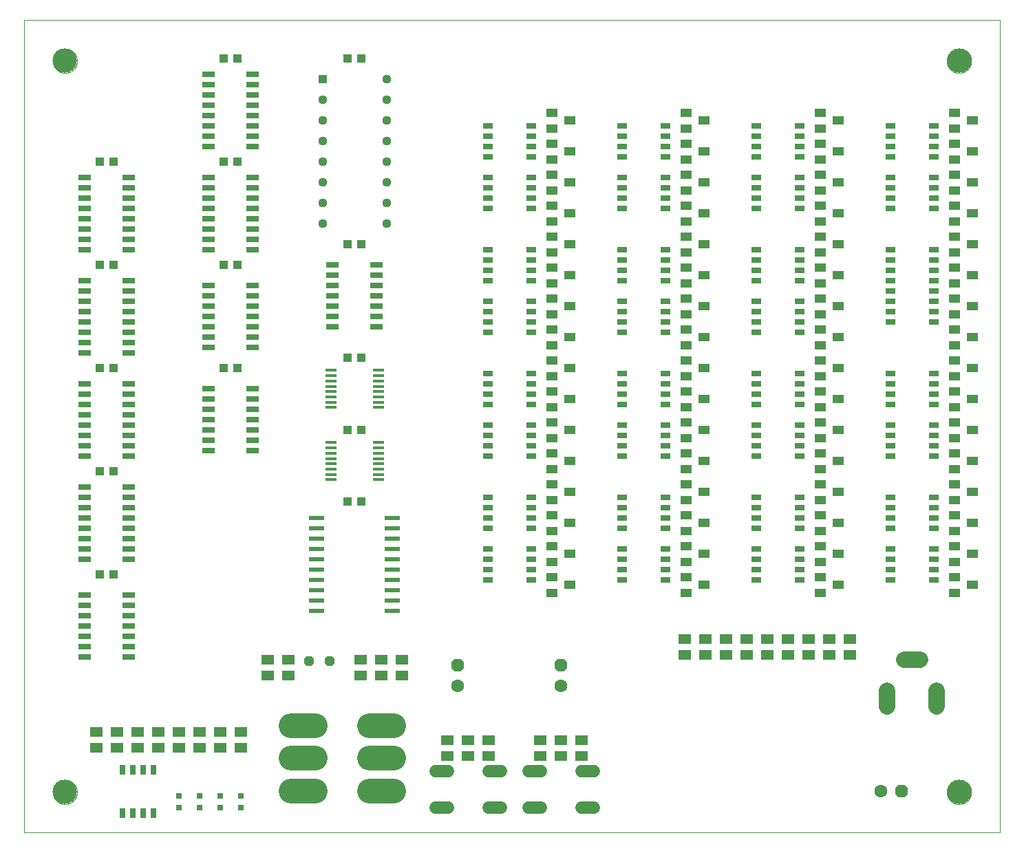
<source format=gts>
G75*
%MOIN*%
%OFA0B0*%
%FSLAX25Y25*%
%IPPOS*%
%LPD*%
%AMOC8*
5,1,8,0,0,1.08239X$1,22.5*
%
%ADD10C,0.00000*%
%ADD11R,0.04331X0.03937*%
%ADD12OC8,0.06300*%
%ADD13C,0.06300*%
%ADD14OC8,0.04800*%
%ADD15R,0.05512X0.03937*%
%ADD16R,0.06004X0.02559*%
%ADD17R,0.05800X0.01400*%
%ADD18R,0.07800X0.02200*%
%ADD19R,0.04449X0.04449*%
%ADD20C,0.04449*%
%ADD21C,0.07874*%
%ADD22R,0.03150X0.03150*%
%ADD23R,0.05906X0.05118*%
%ADD24R,0.02992X0.05000*%
%ADD25C,0.06000*%
%ADD26C,0.11850*%
%ADD27R,0.05000X0.02992*%
%ADD28C,0.11811*%
D10*
X0001800Y0003582D02*
X0001800Y0397283D01*
X0474241Y0397283D01*
X0474241Y0003582D01*
X0001800Y0003582D01*
X0015579Y0023267D02*
X0015581Y0023420D01*
X0015587Y0023574D01*
X0015597Y0023727D01*
X0015611Y0023879D01*
X0015629Y0024032D01*
X0015651Y0024183D01*
X0015676Y0024334D01*
X0015706Y0024485D01*
X0015740Y0024635D01*
X0015777Y0024783D01*
X0015818Y0024931D01*
X0015863Y0025077D01*
X0015912Y0025223D01*
X0015965Y0025367D01*
X0016021Y0025509D01*
X0016081Y0025650D01*
X0016145Y0025790D01*
X0016212Y0025928D01*
X0016283Y0026064D01*
X0016358Y0026198D01*
X0016435Y0026330D01*
X0016517Y0026460D01*
X0016601Y0026588D01*
X0016689Y0026714D01*
X0016780Y0026837D01*
X0016874Y0026958D01*
X0016972Y0027076D01*
X0017072Y0027192D01*
X0017176Y0027305D01*
X0017282Y0027416D01*
X0017391Y0027524D01*
X0017503Y0027629D01*
X0017617Y0027730D01*
X0017735Y0027829D01*
X0017854Y0027925D01*
X0017976Y0028018D01*
X0018101Y0028107D01*
X0018228Y0028194D01*
X0018357Y0028276D01*
X0018488Y0028356D01*
X0018621Y0028432D01*
X0018756Y0028505D01*
X0018893Y0028574D01*
X0019032Y0028639D01*
X0019172Y0028701D01*
X0019314Y0028759D01*
X0019457Y0028814D01*
X0019602Y0028865D01*
X0019748Y0028912D01*
X0019895Y0028955D01*
X0020043Y0028994D01*
X0020192Y0029030D01*
X0020342Y0029061D01*
X0020493Y0029089D01*
X0020644Y0029113D01*
X0020797Y0029133D01*
X0020949Y0029149D01*
X0021102Y0029161D01*
X0021255Y0029169D01*
X0021408Y0029173D01*
X0021562Y0029173D01*
X0021715Y0029169D01*
X0021868Y0029161D01*
X0022021Y0029149D01*
X0022173Y0029133D01*
X0022326Y0029113D01*
X0022477Y0029089D01*
X0022628Y0029061D01*
X0022778Y0029030D01*
X0022927Y0028994D01*
X0023075Y0028955D01*
X0023222Y0028912D01*
X0023368Y0028865D01*
X0023513Y0028814D01*
X0023656Y0028759D01*
X0023798Y0028701D01*
X0023938Y0028639D01*
X0024077Y0028574D01*
X0024214Y0028505D01*
X0024349Y0028432D01*
X0024482Y0028356D01*
X0024613Y0028276D01*
X0024742Y0028194D01*
X0024869Y0028107D01*
X0024994Y0028018D01*
X0025116Y0027925D01*
X0025235Y0027829D01*
X0025353Y0027730D01*
X0025467Y0027629D01*
X0025579Y0027524D01*
X0025688Y0027416D01*
X0025794Y0027305D01*
X0025898Y0027192D01*
X0025998Y0027076D01*
X0026096Y0026958D01*
X0026190Y0026837D01*
X0026281Y0026714D01*
X0026369Y0026588D01*
X0026453Y0026460D01*
X0026535Y0026330D01*
X0026612Y0026198D01*
X0026687Y0026064D01*
X0026758Y0025928D01*
X0026825Y0025790D01*
X0026889Y0025650D01*
X0026949Y0025509D01*
X0027005Y0025367D01*
X0027058Y0025223D01*
X0027107Y0025077D01*
X0027152Y0024931D01*
X0027193Y0024783D01*
X0027230Y0024635D01*
X0027264Y0024485D01*
X0027294Y0024334D01*
X0027319Y0024183D01*
X0027341Y0024032D01*
X0027359Y0023879D01*
X0027373Y0023727D01*
X0027383Y0023574D01*
X0027389Y0023420D01*
X0027391Y0023267D01*
X0027389Y0023114D01*
X0027383Y0022960D01*
X0027373Y0022807D01*
X0027359Y0022655D01*
X0027341Y0022502D01*
X0027319Y0022351D01*
X0027294Y0022200D01*
X0027264Y0022049D01*
X0027230Y0021899D01*
X0027193Y0021751D01*
X0027152Y0021603D01*
X0027107Y0021457D01*
X0027058Y0021311D01*
X0027005Y0021167D01*
X0026949Y0021025D01*
X0026889Y0020884D01*
X0026825Y0020744D01*
X0026758Y0020606D01*
X0026687Y0020470D01*
X0026612Y0020336D01*
X0026535Y0020204D01*
X0026453Y0020074D01*
X0026369Y0019946D01*
X0026281Y0019820D01*
X0026190Y0019697D01*
X0026096Y0019576D01*
X0025998Y0019458D01*
X0025898Y0019342D01*
X0025794Y0019229D01*
X0025688Y0019118D01*
X0025579Y0019010D01*
X0025467Y0018905D01*
X0025353Y0018804D01*
X0025235Y0018705D01*
X0025116Y0018609D01*
X0024994Y0018516D01*
X0024869Y0018427D01*
X0024742Y0018340D01*
X0024613Y0018258D01*
X0024482Y0018178D01*
X0024349Y0018102D01*
X0024214Y0018029D01*
X0024077Y0017960D01*
X0023938Y0017895D01*
X0023798Y0017833D01*
X0023656Y0017775D01*
X0023513Y0017720D01*
X0023368Y0017669D01*
X0023222Y0017622D01*
X0023075Y0017579D01*
X0022927Y0017540D01*
X0022778Y0017504D01*
X0022628Y0017473D01*
X0022477Y0017445D01*
X0022326Y0017421D01*
X0022173Y0017401D01*
X0022021Y0017385D01*
X0021868Y0017373D01*
X0021715Y0017365D01*
X0021562Y0017361D01*
X0021408Y0017361D01*
X0021255Y0017365D01*
X0021102Y0017373D01*
X0020949Y0017385D01*
X0020797Y0017401D01*
X0020644Y0017421D01*
X0020493Y0017445D01*
X0020342Y0017473D01*
X0020192Y0017504D01*
X0020043Y0017540D01*
X0019895Y0017579D01*
X0019748Y0017622D01*
X0019602Y0017669D01*
X0019457Y0017720D01*
X0019314Y0017775D01*
X0019172Y0017833D01*
X0019032Y0017895D01*
X0018893Y0017960D01*
X0018756Y0018029D01*
X0018621Y0018102D01*
X0018488Y0018178D01*
X0018357Y0018258D01*
X0018228Y0018340D01*
X0018101Y0018427D01*
X0017976Y0018516D01*
X0017854Y0018609D01*
X0017735Y0018705D01*
X0017617Y0018804D01*
X0017503Y0018905D01*
X0017391Y0019010D01*
X0017282Y0019118D01*
X0017176Y0019229D01*
X0017072Y0019342D01*
X0016972Y0019458D01*
X0016874Y0019576D01*
X0016780Y0019697D01*
X0016689Y0019820D01*
X0016601Y0019946D01*
X0016517Y0020074D01*
X0016435Y0020204D01*
X0016358Y0020336D01*
X0016283Y0020470D01*
X0016212Y0020606D01*
X0016145Y0020744D01*
X0016081Y0020884D01*
X0016021Y0021025D01*
X0015965Y0021167D01*
X0015912Y0021311D01*
X0015863Y0021457D01*
X0015818Y0021603D01*
X0015777Y0021751D01*
X0015740Y0021899D01*
X0015706Y0022049D01*
X0015676Y0022200D01*
X0015651Y0022351D01*
X0015629Y0022502D01*
X0015611Y0022655D01*
X0015597Y0022807D01*
X0015587Y0022960D01*
X0015581Y0023114D01*
X0015579Y0023267D01*
X0015579Y0377598D02*
X0015581Y0377751D01*
X0015587Y0377905D01*
X0015597Y0378058D01*
X0015611Y0378210D01*
X0015629Y0378363D01*
X0015651Y0378514D01*
X0015676Y0378665D01*
X0015706Y0378816D01*
X0015740Y0378966D01*
X0015777Y0379114D01*
X0015818Y0379262D01*
X0015863Y0379408D01*
X0015912Y0379554D01*
X0015965Y0379698D01*
X0016021Y0379840D01*
X0016081Y0379981D01*
X0016145Y0380121D01*
X0016212Y0380259D01*
X0016283Y0380395D01*
X0016358Y0380529D01*
X0016435Y0380661D01*
X0016517Y0380791D01*
X0016601Y0380919D01*
X0016689Y0381045D01*
X0016780Y0381168D01*
X0016874Y0381289D01*
X0016972Y0381407D01*
X0017072Y0381523D01*
X0017176Y0381636D01*
X0017282Y0381747D01*
X0017391Y0381855D01*
X0017503Y0381960D01*
X0017617Y0382061D01*
X0017735Y0382160D01*
X0017854Y0382256D01*
X0017976Y0382349D01*
X0018101Y0382438D01*
X0018228Y0382525D01*
X0018357Y0382607D01*
X0018488Y0382687D01*
X0018621Y0382763D01*
X0018756Y0382836D01*
X0018893Y0382905D01*
X0019032Y0382970D01*
X0019172Y0383032D01*
X0019314Y0383090D01*
X0019457Y0383145D01*
X0019602Y0383196D01*
X0019748Y0383243D01*
X0019895Y0383286D01*
X0020043Y0383325D01*
X0020192Y0383361D01*
X0020342Y0383392D01*
X0020493Y0383420D01*
X0020644Y0383444D01*
X0020797Y0383464D01*
X0020949Y0383480D01*
X0021102Y0383492D01*
X0021255Y0383500D01*
X0021408Y0383504D01*
X0021562Y0383504D01*
X0021715Y0383500D01*
X0021868Y0383492D01*
X0022021Y0383480D01*
X0022173Y0383464D01*
X0022326Y0383444D01*
X0022477Y0383420D01*
X0022628Y0383392D01*
X0022778Y0383361D01*
X0022927Y0383325D01*
X0023075Y0383286D01*
X0023222Y0383243D01*
X0023368Y0383196D01*
X0023513Y0383145D01*
X0023656Y0383090D01*
X0023798Y0383032D01*
X0023938Y0382970D01*
X0024077Y0382905D01*
X0024214Y0382836D01*
X0024349Y0382763D01*
X0024482Y0382687D01*
X0024613Y0382607D01*
X0024742Y0382525D01*
X0024869Y0382438D01*
X0024994Y0382349D01*
X0025116Y0382256D01*
X0025235Y0382160D01*
X0025353Y0382061D01*
X0025467Y0381960D01*
X0025579Y0381855D01*
X0025688Y0381747D01*
X0025794Y0381636D01*
X0025898Y0381523D01*
X0025998Y0381407D01*
X0026096Y0381289D01*
X0026190Y0381168D01*
X0026281Y0381045D01*
X0026369Y0380919D01*
X0026453Y0380791D01*
X0026535Y0380661D01*
X0026612Y0380529D01*
X0026687Y0380395D01*
X0026758Y0380259D01*
X0026825Y0380121D01*
X0026889Y0379981D01*
X0026949Y0379840D01*
X0027005Y0379698D01*
X0027058Y0379554D01*
X0027107Y0379408D01*
X0027152Y0379262D01*
X0027193Y0379114D01*
X0027230Y0378966D01*
X0027264Y0378816D01*
X0027294Y0378665D01*
X0027319Y0378514D01*
X0027341Y0378363D01*
X0027359Y0378210D01*
X0027373Y0378058D01*
X0027383Y0377905D01*
X0027389Y0377751D01*
X0027391Y0377598D01*
X0027389Y0377445D01*
X0027383Y0377291D01*
X0027373Y0377138D01*
X0027359Y0376986D01*
X0027341Y0376833D01*
X0027319Y0376682D01*
X0027294Y0376531D01*
X0027264Y0376380D01*
X0027230Y0376230D01*
X0027193Y0376082D01*
X0027152Y0375934D01*
X0027107Y0375788D01*
X0027058Y0375642D01*
X0027005Y0375498D01*
X0026949Y0375356D01*
X0026889Y0375215D01*
X0026825Y0375075D01*
X0026758Y0374937D01*
X0026687Y0374801D01*
X0026612Y0374667D01*
X0026535Y0374535D01*
X0026453Y0374405D01*
X0026369Y0374277D01*
X0026281Y0374151D01*
X0026190Y0374028D01*
X0026096Y0373907D01*
X0025998Y0373789D01*
X0025898Y0373673D01*
X0025794Y0373560D01*
X0025688Y0373449D01*
X0025579Y0373341D01*
X0025467Y0373236D01*
X0025353Y0373135D01*
X0025235Y0373036D01*
X0025116Y0372940D01*
X0024994Y0372847D01*
X0024869Y0372758D01*
X0024742Y0372671D01*
X0024613Y0372589D01*
X0024482Y0372509D01*
X0024349Y0372433D01*
X0024214Y0372360D01*
X0024077Y0372291D01*
X0023938Y0372226D01*
X0023798Y0372164D01*
X0023656Y0372106D01*
X0023513Y0372051D01*
X0023368Y0372000D01*
X0023222Y0371953D01*
X0023075Y0371910D01*
X0022927Y0371871D01*
X0022778Y0371835D01*
X0022628Y0371804D01*
X0022477Y0371776D01*
X0022326Y0371752D01*
X0022173Y0371732D01*
X0022021Y0371716D01*
X0021868Y0371704D01*
X0021715Y0371696D01*
X0021562Y0371692D01*
X0021408Y0371692D01*
X0021255Y0371696D01*
X0021102Y0371704D01*
X0020949Y0371716D01*
X0020797Y0371732D01*
X0020644Y0371752D01*
X0020493Y0371776D01*
X0020342Y0371804D01*
X0020192Y0371835D01*
X0020043Y0371871D01*
X0019895Y0371910D01*
X0019748Y0371953D01*
X0019602Y0372000D01*
X0019457Y0372051D01*
X0019314Y0372106D01*
X0019172Y0372164D01*
X0019032Y0372226D01*
X0018893Y0372291D01*
X0018756Y0372360D01*
X0018621Y0372433D01*
X0018488Y0372509D01*
X0018357Y0372589D01*
X0018228Y0372671D01*
X0018101Y0372758D01*
X0017976Y0372847D01*
X0017854Y0372940D01*
X0017735Y0373036D01*
X0017617Y0373135D01*
X0017503Y0373236D01*
X0017391Y0373341D01*
X0017282Y0373449D01*
X0017176Y0373560D01*
X0017072Y0373673D01*
X0016972Y0373789D01*
X0016874Y0373907D01*
X0016780Y0374028D01*
X0016689Y0374151D01*
X0016601Y0374277D01*
X0016517Y0374405D01*
X0016435Y0374535D01*
X0016358Y0374667D01*
X0016283Y0374801D01*
X0016212Y0374937D01*
X0016145Y0375075D01*
X0016081Y0375215D01*
X0016021Y0375356D01*
X0015965Y0375498D01*
X0015912Y0375642D01*
X0015863Y0375788D01*
X0015818Y0375934D01*
X0015777Y0376082D01*
X0015740Y0376230D01*
X0015706Y0376380D01*
X0015676Y0376531D01*
X0015651Y0376682D01*
X0015629Y0376833D01*
X0015611Y0376986D01*
X0015597Y0377138D01*
X0015587Y0377291D01*
X0015581Y0377445D01*
X0015579Y0377598D01*
X0448650Y0377598D02*
X0448652Y0377751D01*
X0448658Y0377905D01*
X0448668Y0378058D01*
X0448682Y0378210D01*
X0448700Y0378363D01*
X0448722Y0378514D01*
X0448747Y0378665D01*
X0448777Y0378816D01*
X0448811Y0378966D01*
X0448848Y0379114D01*
X0448889Y0379262D01*
X0448934Y0379408D01*
X0448983Y0379554D01*
X0449036Y0379698D01*
X0449092Y0379840D01*
X0449152Y0379981D01*
X0449216Y0380121D01*
X0449283Y0380259D01*
X0449354Y0380395D01*
X0449429Y0380529D01*
X0449506Y0380661D01*
X0449588Y0380791D01*
X0449672Y0380919D01*
X0449760Y0381045D01*
X0449851Y0381168D01*
X0449945Y0381289D01*
X0450043Y0381407D01*
X0450143Y0381523D01*
X0450247Y0381636D01*
X0450353Y0381747D01*
X0450462Y0381855D01*
X0450574Y0381960D01*
X0450688Y0382061D01*
X0450806Y0382160D01*
X0450925Y0382256D01*
X0451047Y0382349D01*
X0451172Y0382438D01*
X0451299Y0382525D01*
X0451428Y0382607D01*
X0451559Y0382687D01*
X0451692Y0382763D01*
X0451827Y0382836D01*
X0451964Y0382905D01*
X0452103Y0382970D01*
X0452243Y0383032D01*
X0452385Y0383090D01*
X0452528Y0383145D01*
X0452673Y0383196D01*
X0452819Y0383243D01*
X0452966Y0383286D01*
X0453114Y0383325D01*
X0453263Y0383361D01*
X0453413Y0383392D01*
X0453564Y0383420D01*
X0453715Y0383444D01*
X0453868Y0383464D01*
X0454020Y0383480D01*
X0454173Y0383492D01*
X0454326Y0383500D01*
X0454479Y0383504D01*
X0454633Y0383504D01*
X0454786Y0383500D01*
X0454939Y0383492D01*
X0455092Y0383480D01*
X0455244Y0383464D01*
X0455397Y0383444D01*
X0455548Y0383420D01*
X0455699Y0383392D01*
X0455849Y0383361D01*
X0455998Y0383325D01*
X0456146Y0383286D01*
X0456293Y0383243D01*
X0456439Y0383196D01*
X0456584Y0383145D01*
X0456727Y0383090D01*
X0456869Y0383032D01*
X0457009Y0382970D01*
X0457148Y0382905D01*
X0457285Y0382836D01*
X0457420Y0382763D01*
X0457553Y0382687D01*
X0457684Y0382607D01*
X0457813Y0382525D01*
X0457940Y0382438D01*
X0458065Y0382349D01*
X0458187Y0382256D01*
X0458306Y0382160D01*
X0458424Y0382061D01*
X0458538Y0381960D01*
X0458650Y0381855D01*
X0458759Y0381747D01*
X0458865Y0381636D01*
X0458969Y0381523D01*
X0459069Y0381407D01*
X0459167Y0381289D01*
X0459261Y0381168D01*
X0459352Y0381045D01*
X0459440Y0380919D01*
X0459524Y0380791D01*
X0459606Y0380661D01*
X0459683Y0380529D01*
X0459758Y0380395D01*
X0459829Y0380259D01*
X0459896Y0380121D01*
X0459960Y0379981D01*
X0460020Y0379840D01*
X0460076Y0379698D01*
X0460129Y0379554D01*
X0460178Y0379408D01*
X0460223Y0379262D01*
X0460264Y0379114D01*
X0460301Y0378966D01*
X0460335Y0378816D01*
X0460365Y0378665D01*
X0460390Y0378514D01*
X0460412Y0378363D01*
X0460430Y0378210D01*
X0460444Y0378058D01*
X0460454Y0377905D01*
X0460460Y0377751D01*
X0460462Y0377598D01*
X0460460Y0377445D01*
X0460454Y0377291D01*
X0460444Y0377138D01*
X0460430Y0376986D01*
X0460412Y0376833D01*
X0460390Y0376682D01*
X0460365Y0376531D01*
X0460335Y0376380D01*
X0460301Y0376230D01*
X0460264Y0376082D01*
X0460223Y0375934D01*
X0460178Y0375788D01*
X0460129Y0375642D01*
X0460076Y0375498D01*
X0460020Y0375356D01*
X0459960Y0375215D01*
X0459896Y0375075D01*
X0459829Y0374937D01*
X0459758Y0374801D01*
X0459683Y0374667D01*
X0459606Y0374535D01*
X0459524Y0374405D01*
X0459440Y0374277D01*
X0459352Y0374151D01*
X0459261Y0374028D01*
X0459167Y0373907D01*
X0459069Y0373789D01*
X0458969Y0373673D01*
X0458865Y0373560D01*
X0458759Y0373449D01*
X0458650Y0373341D01*
X0458538Y0373236D01*
X0458424Y0373135D01*
X0458306Y0373036D01*
X0458187Y0372940D01*
X0458065Y0372847D01*
X0457940Y0372758D01*
X0457813Y0372671D01*
X0457684Y0372589D01*
X0457553Y0372509D01*
X0457420Y0372433D01*
X0457285Y0372360D01*
X0457148Y0372291D01*
X0457009Y0372226D01*
X0456869Y0372164D01*
X0456727Y0372106D01*
X0456584Y0372051D01*
X0456439Y0372000D01*
X0456293Y0371953D01*
X0456146Y0371910D01*
X0455998Y0371871D01*
X0455849Y0371835D01*
X0455699Y0371804D01*
X0455548Y0371776D01*
X0455397Y0371752D01*
X0455244Y0371732D01*
X0455092Y0371716D01*
X0454939Y0371704D01*
X0454786Y0371696D01*
X0454633Y0371692D01*
X0454479Y0371692D01*
X0454326Y0371696D01*
X0454173Y0371704D01*
X0454020Y0371716D01*
X0453868Y0371732D01*
X0453715Y0371752D01*
X0453564Y0371776D01*
X0453413Y0371804D01*
X0453263Y0371835D01*
X0453114Y0371871D01*
X0452966Y0371910D01*
X0452819Y0371953D01*
X0452673Y0372000D01*
X0452528Y0372051D01*
X0452385Y0372106D01*
X0452243Y0372164D01*
X0452103Y0372226D01*
X0451964Y0372291D01*
X0451827Y0372360D01*
X0451692Y0372433D01*
X0451559Y0372509D01*
X0451428Y0372589D01*
X0451299Y0372671D01*
X0451172Y0372758D01*
X0451047Y0372847D01*
X0450925Y0372940D01*
X0450806Y0373036D01*
X0450688Y0373135D01*
X0450574Y0373236D01*
X0450462Y0373341D01*
X0450353Y0373449D01*
X0450247Y0373560D01*
X0450143Y0373673D01*
X0450043Y0373789D01*
X0449945Y0373907D01*
X0449851Y0374028D01*
X0449760Y0374151D01*
X0449672Y0374277D01*
X0449588Y0374405D01*
X0449506Y0374535D01*
X0449429Y0374667D01*
X0449354Y0374801D01*
X0449283Y0374937D01*
X0449216Y0375075D01*
X0449152Y0375215D01*
X0449092Y0375356D01*
X0449036Y0375498D01*
X0448983Y0375642D01*
X0448934Y0375788D01*
X0448889Y0375934D01*
X0448848Y0376082D01*
X0448811Y0376230D01*
X0448777Y0376380D01*
X0448747Y0376531D01*
X0448722Y0376682D01*
X0448700Y0376833D01*
X0448682Y0376986D01*
X0448668Y0377138D01*
X0448658Y0377291D01*
X0448652Y0377445D01*
X0448650Y0377598D01*
X0448650Y0023267D02*
X0448652Y0023420D01*
X0448658Y0023574D01*
X0448668Y0023727D01*
X0448682Y0023879D01*
X0448700Y0024032D01*
X0448722Y0024183D01*
X0448747Y0024334D01*
X0448777Y0024485D01*
X0448811Y0024635D01*
X0448848Y0024783D01*
X0448889Y0024931D01*
X0448934Y0025077D01*
X0448983Y0025223D01*
X0449036Y0025367D01*
X0449092Y0025509D01*
X0449152Y0025650D01*
X0449216Y0025790D01*
X0449283Y0025928D01*
X0449354Y0026064D01*
X0449429Y0026198D01*
X0449506Y0026330D01*
X0449588Y0026460D01*
X0449672Y0026588D01*
X0449760Y0026714D01*
X0449851Y0026837D01*
X0449945Y0026958D01*
X0450043Y0027076D01*
X0450143Y0027192D01*
X0450247Y0027305D01*
X0450353Y0027416D01*
X0450462Y0027524D01*
X0450574Y0027629D01*
X0450688Y0027730D01*
X0450806Y0027829D01*
X0450925Y0027925D01*
X0451047Y0028018D01*
X0451172Y0028107D01*
X0451299Y0028194D01*
X0451428Y0028276D01*
X0451559Y0028356D01*
X0451692Y0028432D01*
X0451827Y0028505D01*
X0451964Y0028574D01*
X0452103Y0028639D01*
X0452243Y0028701D01*
X0452385Y0028759D01*
X0452528Y0028814D01*
X0452673Y0028865D01*
X0452819Y0028912D01*
X0452966Y0028955D01*
X0453114Y0028994D01*
X0453263Y0029030D01*
X0453413Y0029061D01*
X0453564Y0029089D01*
X0453715Y0029113D01*
X0453868Y0029133D01*
X0454020Y0029149D01*
X0454173Y0029161D01*
X0454326Y0029169D01*
X0454479Y0029173D01*
X0454633Y0029173D01*
X0454786Y0029169D01*
X0454939Y0029161D01*
X0455092Y0029149D01*
X0455244Y0029133D01*
X0455397Y0029113D01*
X0455548Y0029089D01*
X0455699Y0029061D01*
X0455849Y0029030D01*
X0455998Y0028994D01*
X0456146Y0028955D01*
X0456293Y0028912D01*
X0456439Y0028865D01*
X0456584Y0028814D01*
X0456727Y0028759D01*
X0456869Y0028701D01*
X0457009Y0028639D01*
X0457148Y0028574D01*
X0457285Y0028505D01*
X0457420Y0028432D01*
X0457553Y0028356D01*
X0457684Y0028276D01*
X0457813Y0028194D01*
X0457940Y0028107D01*
X0458065Y0028018D01*
X0458187Y0027925D01*
X0458306Y0027829D01*
X0458424Y0027730D01*
X0458538Y0027629D01*
X0458650Y0027524D01*
X0458759Y0027416D01*
X0458865Y0027305D01*
X0458969Y0027192D01*
X0459069Y0027076D01*
X0459167Y0026958D01*
X0459261Y0026837D01*
X0459352Y0026714D01*
X0459440Y0026588D01*
X0459524Y0026460D01*
X0459606Y0026330D01*
X0459683Y0026198D01*
X0459758Y0026064D01*
X0459829Y0025928D01*
X0459896Y0025790D01*
X0459960Y0025650D01*
X0460020Y0025509D01*
X0460076Y0025367D01*
X0460129Y0025223D01*
X0460178Y0025077D01*
X0460223Y0024931D01*
X0460264Y0024783D01*
X0460301Y0024635D01*
X0460335Y0024485D01*
X0460365Y0024334D01*
X0460390Y0024183D01*
X0460412Y0024032D01*
X0460430Y0023879D01*
X0460444Y0023727D01*
X0460454Y0023574D01*
X0460460Y0023420D01*
X0460462Y0023267D01*
X0460460Y0023114D01*
X0460454Y0022960D01*
X0460444Y0022807D01*
X0460430Y0022655D01*
X0460412Y0022502D01*
X0460390Y0022351D01*
X0460365Y0022200D01*
X0460335Y0022049D01*
X0460301Y0021899D01*
X0460264Y0021751D01*
X0460223Y0021603D01*
X0460178Y0021457D01*
X0460129Y0021311D01*
X0460076Y0021167D01*
X0460020Y0021025D01*
X0459960Y0020884D01*
X0459896Y0020744D01*
X0459829Y0020606D01*
X0459758Y0020470D01*
X0459683Y0020336D01*
X0459606Y0020204D01*
X0459524Y0020074D01*
X0459440Y0019946D01*
X0459352Y0019820D01*
X0459261Y0019697D01*
X0459167Y0019576D01*
X0459069Y0019458D01*
X0458969Y0019342D01*
X0458865Y0019229D01*
X0458759Y0019118D01*
X0458650Y0019010D01*
X0458538Y0018905D01*
X0458424Y0018804D01*
X0458306Y0018705D01*
X0458187Y0018609D01*
X0458065Y0018516D01*
X0457940Y0018427D01*
X0457813Y0018340D01*
X0457684Y0018258D01*
X0457553Y0018178D01*
X0457420Y0018102D01*
X0457285Y0018029D01*
X0457148Y0017960D01*
X0457009Y0017895D01*
X0456869Y0017833D01*
X0456727Y0017775D01*
X0456584Y0017720D01*
X0456439Y0017669D01*
X0456293Y0017622D01*
X0456146Y0017579D01*
X0455998Y0017540D01*
X0455849Y0017504D01*
X0455699Y0017473D01*
X0455548Y0017445D01*
X0455397Y0017421D01*
X0455244Y0017401D01*
X0455092Y0017385D01*
X0454939Y0017373D01*
X0454786Y0017365D01*
X0454633Y0017361D01*
X0454479Y0017361D01*
X0454326Y0017365D01*
X0454173Y0017373D01*
X0454020Y0017385D01*
X0453868Y0017401D01*
X0453715Y0017421D01*
X0453564Y0017445D01*
X0453413Y0017473D01*
X0453263Y0017504D01*
X0453114Y0017540D01*
X0452966Y0017579D01*
X0452819Y0017622D01*
X0452673Y0017669D01*
X0452528Y0017720D01*
X0452385Y0017775D01*
X0452243Y0017833D01*
X0452103Y0017895D01*
X0451964Y0017960D01*
X0451827Y0018029D01*
X0451692Y0018102D01*
X0451559Y0018178D01*
X0451428Y0018258D01*
X0451299Y0018340D01*
X0451172Y0018427D01*
X0451047Y0018516D01*
X0450925Y0018609D01*
X0450806Y0018705D01*
X0450688Y0018804D01*
X0450574Y0018905D01*
X0450462Y0019010D01*
X0450353Y0019118D01*
X0450247Y0019229D01*
X0450143Y0019342D01*
X0450043Y0019458D01*
X0449945Y0019576D01*
X0449851Y0019697D01*
X0449760Y0019820D01*
X0449672Y0019946D01*
X0449588Y0020074D01*
X0449506Y0020204D01*
X0449429Y0020336D01*
X0449354Y0020470D01*
X0449283Y0020606D01*
X0449216Y0020744D01*
X0449152Y0020884D01*
X0449092Y0021025D01*
X0449036Y0021167D01*
X0448983Y0021311D01*
X0448934Y0021457D01*
X0448889Y0021603D01*
X0448848Y0021751D01*
X0448811Y0021899D01*
X0448777Y0022049D01*
X0448747Y0022200D01*
X0448722Y0022351D01*
X0448700Y0022502D01*
X0448682Y0022655D01*
X0448668Y0022807D01*
X0448658Y0022960D01*
X0448652Y0023114D01*
X0448650Y0023267D01*
D11*
X0165068Y0164055D03*
X0158375Y0164055D03*
X0158454Y0198582D03*
X0165146Y0198582D03*
X0165146Y0233582D03*
X0158454Y0233582D03*
X0105146Y0228582D03*
X0098454Y0228582D03*
X0045146Y0228582D03*
X0038454Y0228582D03*
X0038454Y0278582D03*
X0045146Y0278582D03*
X0098454Y0278582D03*
X0105146Y0278582D03*
X0158454Y0288582D03*
X0165146Y0288582D03*
X0105146Y0328582D03*
X0098454Y0328582D03*
X0045146Y0328582D03*
X0038454Y0328582D03*
X0098454Y0378582D03*
X0105146Y0378582D03*
X0158454Y0378582D03*
X0165146Y0378582D03*
X0045146Y0178582D03*
X0038454Y0178582D03*
X0038454Y0128582D03*
X0045146Y0128582D03*
D12*
X0211800Y0084582D03*
X0261800Y0084582D03*
X0426800Y0023582D03*
D13*
X0416800Y0023582D03*
X0261800Y0074582D03*
X0211800Y0074582D03*
D14*
X0149800Y0086582D03*
X0139800Y0086582D03*
D15*
X0257469Y0119842D03*
X0257469Y0127323D03*
X0266131Y0123582D03*
X0257469Y0134842D03*
X0266131Y0138582D03*
X0257469Y0142323D03*
X0257469Y0149842D03*
X0266131Y0153582D03*
X0257469Y0157323D03*
X0257469Y0164842D03*
X0266131Y0168582D03*
X0257469Y0172323D03*
X0257469Y0179842D03*
X0257469Y0187323D03*
X0266131Y0183582D03*
X0257469Y0194842D03*
X0266131Y0198582D03*
X0257469Y0202323D03*
X0257469Y0209842D03*
X0266131Y0213582D03*
X0257469Y0217323D03*
X0257469Y0224842D03*
X0266131Y0228582D03*
X0257469Y0232323D03*
X0257469Y0239842D03*
X0257469Y0247323D03*
X0266131Y0243582D03*
X0257469Y0254842D03*
X0266131Y0258582D03*
X0257469Y0262323D03*
X0257469Y0269842D03*
X0266131Y0273582D03*
X0257469Y0277323D03*
X0257469Y0284842D03*
X0266131Y0288582D03*
X0257469Y0292323D03*
X0257469Y0299842D03*
X0266131Y0303582D03*
X0257469Y0307323D03*
X0257469Y0314842D03*
X0266131Y0318582D03*
X0257469Y0322323D03*
X0257469Y0329842D03*
X0266131Y0333582D03*
X0257469Y0337323D03*
X0257469Y0344842D03*
X0266131Y0348582D03*
X0257469Y0352323D03*
X0322469Y0352323D03*
X0322469Y0344842D03*
X0322469Y0337323D03*
X0322469Y0329842D03*
X0322469Y0322323D03*
X0322469Y0314842D03*
X0322469Y0307323D03*
X0322469Y0299842D03*
X0322469Y0292323D03*
X0322469Y0284842D03*
X0322469Y0277323D03*
X0322469Y0269842D03*
X0322469Y0262323D03*
X0322469Y0254842D03*
X0322469Y0247323D03*
X0322469Y0239842D03*
X0322469Y0232323D03*
X0322469Y0224842D03*
X0322469Y0217323D03*
X0322469Y0209842D03*
X0322469Y0202323D03*
X0322469Y0194842D03*
X0322469Y0187323D03*
X0322469Y0179842D03*
X0322469Y0172323D03*
X0322469Y0164842D03*
X0322469Y0157323D03*
X0322469Y0149842D03*
X0322469Y0142323D03*
X0322469Y0134842D03*
X0322469Y0127323D03*
X0322469Y0119842D03*
X0331131Y0123582D03*
X0331131Y0138582D03*
X0331131Y0153582D03*
X0331131Y0168582D03*
X0331131Y0183582D03*
X0331131Y0198582D03*
X0331131Y0213582D03*
X0331131Y0228582D03*
X0331131Y0243582D03*
X0331131Y0258582D03*
X0331131Y0273582D03*
X0331131Y0288582D03*
X0331131Y0303582D03*
X0331131Y0318582D03*
X0331131Y0333582D03*
X0331131Y0348582D03*
X0387469Y0344842D03*
X0387469Y0352323D03*
X0396131Y0348582D03*
X0387469Y0337323D03*
X0387469Y0329842D03*
X0387469Y0322323D03*
X0387469Y0314842D03*
X0387469Y0307323D03*
X0387469Y0299842D03*
X0387469Y0292323D03*
X0387469Y0284842D03*
X0387469Y0277323D03*
X0387469Y0269842D03*
X0387469Y0262323D03*
X0387469Y0254842D03*
X0387469Y0247323D03*
X0387469Y0239842D03*
X0387469Y0232323D03*
X0387469Y0224842D03*
X0387469Y0217323D03*
X0387469Y0209842D03*
X0387469Y0202323D03*
X0387469Y0194842D03*
X0387469Y0187323D03*
X0387469Y0179842D03*
X0387469Y0172323D03*
X0387469Y0164842D03*
X0387469Y0157323D03*
X0387469Y0149842D03*
X0387469Y0142323D03*
X0387469Y0134842D03*
X0387469Y0127323D03*
X0387469Y0119842D03*
X0396131Y0123582D03*
X0396131Y0138582D03*
X0396131Y0153582D03*
X0396131Y0168582D03*
X0396131Y0183582D03*
X0396131Y0198582D03*
X0396131Y0213582D03*
X0396131Y0228582D03*
X0396131Y0243582D03*
X0396131Y0258582D03*
X0396131Y0273582D03*
X0396131Y0288582D03*
X0396131Y0303582D03*
X0396131Y0318582D03*
X0396131Y0333582D03*
X0452469Y0329842D03*
X0461131Y0333582D03*
X0452469Y0337323D03*
X0452469Y0344842D03*
X0461131Y0348582D03*
X0452469Y0352323D03*
X0452469Y0322323D03*
X0461131Y0318582D03*
X0452469Y0314842D03*
X0452469Y0307323D03*
X0461131Y0303582D03*
X0452469Y0299842D03*
X0452469Y0292323D03*
X0461131Y0288582D03*
X0452469Y0284842D03*
X0452469Y0277323D03*
X0461131Y0273582D03*
X0452469Y0269842D03*
X0452469Y0262323D03*
X0461131Y0258582D03*
X0452469Y0254842D03*
X0452469Y0247323D03*
X0452469Y0239842D03*
X0461131Y0243582D03*
X0452469Y0232323D03*
X0461131Y0228582D03*
X0452469Y0224842D03*
X0452469Y0217323D03*
X0461131Y0213582D03*
X0452469Y0209842D03*
X0452469Y0202323D03*
X0461131Y0198582D03*
X0452469Y0194842D03*
X0452469Y0187323D03*
X0452469Y0179842D03*
X0461131Y0183582D03*
X0452469Y0172323D03*
X0461131Y0168582D03*
X0452469Y0164842D03*
X0452469Y0157323D03*
X0461131Y0153582D03*
X0452469Y0149842D03*
X0452469Y0142323D03*
X0461131Y0138582D03*
X0452469Y0134842D03*
X0452469Y0127323D03*
X0452469Y0119842D03*
X0461131Y0123582D03*
D16*
X0172477Y0248582D03*
X0172477Y0253582D03*
X0172477Y0258582D03*
X0172477Y0263582D03*
X0172477Y0268582D03*
X0172477Y0273582D03*
X0172477Y0278582D03*
X0151123Y0278582D03*
X0151123Y0273582D03*
X0151123Y0268582D03*
X0151123Y0263582D03*
X0151123Y0258582D03*
X0151123Y0253582D03*
X0151123Y0248582D03*
X0112477Y0248582D03*
X0112477Y0243582D03*
X0112477Y0238582D03*
X0112477Y0253582D03*
X0112477Y0258582D03*
X0112477Y0263582D03*
X0112477Y0268582D03*
X0112477Y0286082D03*
X0112477Y0291082D03*
X0112477Y0296082D03*
X0112477Y0301082D03*
X0112477Y0306082D03*
X0112477Y0311082D03*
X0112477Y0316082D03*
X0112477Y0321082D03*
X0112477Y0336082D03*
X0112477Y0341082D03*
X0112477Y0346082D03*
X0112477Y0351082D03*
X0112477Y0356082D03*
X0112477Y0361082D03*
X0112477Y0366082D03*
X0112477Y0371082D03*
X0091123Y0371082D03*
X0091123Y0366082D03*
X0091123Y0361082D03*
X0091123Y0356082D03*
X0091123Y0351082D03*
X0091123Y0346082D03*
X0091123Y0341082D03*
X0091123Y0336082D03*
X0091123Y0321082D03*
X0091123Y0316082D03*
X0091123Y0311082D03*
X0091123Y0306082D03*
X0091123Y0301082D03*
X0091123Y0296082D03*
X0091123Y0291082D03*
X0091123Y0286082D03*
X0091123Y0268582D03*
X0091123Y0263582D03*
X0091123Y0258582D03*
X0091123Y0253582D03*
X0091123Y0248582D03*
X0091123Y0243582D03*
X0091123Y0238582D03*
X0091123Y0218582D03*
X0091123Y0213582D03*
X0091123Y0208582D03*
X0091123Y0203582D03*
X0091123Y0198582D03*
X0091123Y0193582D03*
X0091123Y0188582D03*
X0112477Y0188582D03*
X0112477Y0193582D03*
X0112477Y0198582D03*
X0112477Y0203582D03*
X0112477Y0208582D03*
X0112477Y0213582D03*
X0112477Y0218582D03*
X0052477Y0216082D03*
X0052477Y0221082D03*
X0052477Y0211082D03*
X0052477Y0206082D03*
X0052477Y0201082D03*
X0052477Y0196082D03*
X0052477Y0191082D03*
X0052477Y0186082D03*
X0052477Y0171082D03*
X0052477Y0166082D03*
X0052477Y0161082D03*
X0052477Y0156082D03*
X0052477Y0151082D03*
X0052477Y0146082D03*
X0052477Y0141082D03*
X0052477Y0136082D03*
X0052477Y0118582D03*
X0052477Y0113582D03*
X0052477Y0108582D03*
X0052477Y0103582D03*
X0052477Y0098582D03*
X0052477Y0093582D03*
X0052477Y0088582D03*
X0031123Y0088582D03*
X0031123Y0093582D03*
X0031123Y0098582D03*
X0031123Y0103582D03*
X0031123Y0108582D03*
X0031123Y0113582D03*
X0031123Y0118582D03*
X0031123Y0136082D03*
X0031123Y0141082D03*
X0031123Y0146082D03*
X0031123Y0151082D03*
X0031123Y0156082D03*
X0031123Y0161082D03*
X0031123Y0166082D03*
X0031123Y0171082D03*
X0031123Y0186082D03*
X0031123Y0191082D03*
X0031123Y0196082D03*
X0031123Y0201082D03*
X0031123Y0206082D03*
X0031123Y0211082D03*
X0031123Y0216082D03*
X0031123Y0221082D03*
X0031123Y0236082D03*
X0031123Y0241082D03*
X0031123Y0246082D03*
X0031123Y0251082D03*
X0031123Y0256082D03*
X0031123Y0261082D03*
X0031123Y0266082D03*
X0031123Y0271082D03*
X0031123Y0286082D03*
X0031123Y0291082D03*
X0031123Y0296082D03*
X0031123Y0301082D03*
X0031123Y0306082D03*
X0031123Y0311082D03*
X0031123Y0316082D03*
X0031123Y0321082D03*
X0052477Y0321082D03*
X0052477Y0316082D03*
X0052477Y0311082D03*
X0052477Y0306082D03*
X0052477Y0301082D03*
X0052477Y0296082D03*
X0052477Y0291082D03*
X0052477Y0286082D03*
X0052477Y0271082D03*
X0052477Y0266082D03*
X0052477Y0261082D03*
X0052477Y0256082D03*
X0052477Y0251082D03*
X0052477Y0246082D03*
X0052477Y0241082D03*
X0052477Y0236082D03*
D17*
X0150300Y0227582D03*
X0150300Y0224982D03*
X0150300Y0222382D03*
X0150300Y0219882D03*
X0150300Y0217282D03*
X0150300Y0214782D03*
X0150300Y0212182D03*
X0150300Y0209582D03*
X0150300Y0192582D03*
X0150300Y0189982D03*
X0150300Y0187382D03*
X0150300Y0184882D03*
X0150300Y0182282D03*
X0150300Y0179782D03*
X0150300Y0177182D03*
X0150300Y0174582D03*
X0173300Y0174582D03*
X0173300Y0177182D03*
X0173300Y0179782D03*
X0173300Y0182282D03*
X0173300Y0184882D03*
X0173300Y0187382D03*
X0173300Y0189982D03*
X0173300Y0192582D03*
X0173300Y0209582D03*
X0173300Y0212182D03*
X0173300Y0214782D03*
X0173300Y0217282D03*
X0173300Y0219882D03*
X0173300Y0222382D03*
X0173300Y0224982D03*
X0173300Y0227582D03*
D18*
X0180121Y0156122D03*
X0180121Y0151122D03*
X0180121Y0146122D03*
X0180121Y0141122D03*
X0180121Y0136122D03*
X0180121Y0131122D03*
X0180121Y0126122D03*
X0180121Y0121122D03*
X0180121Y0116122D03*
X0180121Y0111122D03*
X0143321Y0111122D03*
X0143321Y0116122D03*
X0143321Y0121122D03*
X0143321Y0126122D03*
X0143321Y0131122D03*
X0143321Y0136122D03*
X0143321Y0141122D03*
X0143321Y0146122D03*
X0143321Y0151122D03*
X0143321Y0156122D03*
D19*
X0146170Y0368582D03*
D20*
X0146170Y0358582D03*
X0146170Y0348582D03*
X0146170Y0338582D03*
X0146170Y0328582D03*
X0146170Y0318582D03*
X0146170Y0308582D03*
X0146170Y0298582D03*
X0177430Y0298582D03*
X0177430Y0308582D03*
X0177430Y0318582D03*
X0177430Y0328582D03*
X0177430Y0338582D03*
X0177430Y0348582D03*
X0177430Y0358582D03*
X0177430Y0368582D03*
D21*
X0427863Y0087480D02*
X0435737Y0087480D01*
X0443611Y0072519D02*
X0443611Y0064645D01*
X0419595Y0064645D02*
X0419595Y0072519D01*
D22*
X0106800Y0021535D03*
X0106800Y0015630D03*
X0096800Y0015630D03*
X0096800Y0021535D03*
X0086800Y0021535D03*
X0086800Y0015630D03*
X0076800Y0015630D03*
X0076800Y0021535D03*
D23*
X0076800Y0044842D03*
X0076800Y0052323D03*
X0066800Y0052323D03*
X0066800Y0044842D03*
X0056800Y0044842D03*
X0056800Y0052323D03*
X0046800Y0052323D03*
X0046800Y0044842D03*
X0036800Y0044842D03*
X0036800Y0052323D03*
X0086800Y0052323D03*
X0086800Y0044842D03*
X0096800Y0044842D03*
X0096800Y0052323D03*
X0106800Y0052323D03*
X0106800Y0044842D03*
X0119800Y0079842D03*
X0119800Y0087323D03*
X0129800Y0087323D03*
X0129800Y0079842D03*
X0164800Y0079842D03*
X0164800Y0087323D03*
X0174800Y0087323D03*
X0174800Y0079842D03*
X0184800Y0079842D03*
X0184800Y0087323D03*
X0206800Y0048323D03*
X0206800Y0040842D03*
X0216800Y0040842D03*
X0216800Y0048323D03*
X0226800Y0048323D03*
X0226800Y0040842D03*
X0251800Y0040842D03*
X0251800Y0048323D03*
X0261800Y0048323D03*
X0261800Y0040842D03*
X0271800Y0040842D03*
X0271800Y0048323D03*
X0321800Y0089842D03*
X0321800Y0097323D03*
X0331800Y0097323D03*
X0331800Y0089842D03*
X0341800Y0089842D03*
X0341800Y0097323D03*
X0351800Y0097323D03*
X0351800Y0089842D03*
X0361800Y0089842D03*
X0361800Y0097323D03*
X0371800Y0097323D03*
X0371800Y0089842D03*
X0381800Y0089842D03*
X0381800Y0097323D03*
X0391800Y0097323D03*
X0391800Y0089842D03*
X0401800Y0089842D03*
X0401800Y0097323D03*
D24*
X0064300Y0034075D03*
X0059300Y0034075D03*
X0054300Y0034075D03*
X0049300Y0034075D03*
X0049300Y0013090D03*
X0054300Y0013090D03*
X0059300Y0013090D03*
X0064300Y0013090D03*
D25*
X0201000Y0015682D02*
X0207000Y0015682D01*
X0226600Y0015682D02*
X0232600Y0015682D01*
X0246000Y0015682D02*
X0252000Y0015682D01*
X0252000Y0033482D02*
X0246000Y0033482D01*
X0232600Y0033482D02*
X0226600Y0033482D01*
X0207000Y0033482D02*
X0201000Y0033482D01*
X0271600Y0033482D02*
X0277600Y0033482D01*
X0277600Y0015682D02*
X0271600Y0015682D01*
D26*
X0180725Y0023782D02*
X0168875Y0023782D01*
X0168875Y0039582D02*
X0180725Y0039582D01*
X0180725Y0055382D02*
X0168875Y0055382D01*
X0142725Y0055382D02*
X0130875Y0055382D01*
X0130875Y0039582D02*
X0142725Y0039582D01*
X0142725Y0023782D02*
X0130875Y0023782D01*
D27*
X0226308Y0126082D03*
X0226308Y0131082D03*
X0226308Y0136082D03*
X0226308Y0141082D03*
X0226308Y0151082D03*
X0226308Y0156082D03*
X0226308Y0161082D03*
X0226308Y0166082D03*
X0247292Y0166082D03*
X0247292Y0161082D03*
X0247292Y0156082D03*
X0247292Y0151082D03*
X0247292Y0141082D03*
X0247292Y0136082D03*
X0247292Y0131082D03*
X0247292Y0126082D03*
X0291308Y0126082D03*
X0291308Y0131082D03*
X0291308Y0136082D03*
X0291308Y0141082D03*
X0291308Y0151082D03*
X0291308Y0156082D03*
X0291308Y0161082D03*
X0291308Y0166082D03*
X0312292Y0166082D03*
X0312292Y0161082D03*
X0312292Y0156082D03*
X0312292Y0151082D03*
X0312292Y0141082D03*
X0312292Y0136082D03*
X0312292Y0131082D03*
X0312292Y0126082D03*
X0356308Y0126082D03*
X0356308Y0131082D03*
X0356308Y0136082D03*
X0356308Y0141082D03*
X0356308Y0151082D03*
X0356308Y0156082D03*
X0356308Y0161082D03*
X0356308Y0166082D03*
X0356308Y0186082D03*
X0356308Y0191082D03*
X0356308Y0196082D03*
X0356308Y0201082D03*
X0356308Y0211082D03*
X0356308Y0216082D03*
X0356308Y0221082D03*
X0356308Y0226082D03*
X0356308Y0246082D03*
X0356308Y0251082D03*
X0356308Y0256082D03*
X0356308Y0261082D03*
X0356308Y0271082D03*
X0356308Y0276082D03*
X0356308Y0281082D03*
X0356308Y0286082D03*
X0356308Y0306082D03*
X0356308Y0311082D03*
X0356308Y0316082D03*
X0356308Y0321082D03*
X0356308Y0331082D03*
X0356308Y0336082D03*
X0356308Y0341082D03*
X0356308Y0346082D03*
X0377292Y0346082D03*
X0377292Y0341082D03*
X0377292Y0336082D03*
X0377292Y0331082D03*
X0377292Y0321082D03*
X0377292Y0316082D03*
X0377292Y0311082D03*
X0377292Y0306082D03*
X0377292Y0286082D03*
X0377292Y0281082D03*
X0377292Y0276082D03*
X0377292Y0271082D03*
X0377292Y0261082D03*
X0377292Y0256082D03*
X0377292Y0251082D03*
X0377292Y0246082D03*
X0377292Y0226082D03*
X0377292Y0221082D03*
X0377292Y0216082D03*
X0377292Y0211082D03*
X0377292Y0201082D03*
X0377292Y0196082D03*
X0377292Y0191082D03*
X0377292Y0186082D03*
X0377292Y0166082D03*
X0377292Y0161082D03*
X0377292Y0156082D03*
X0377292Y0151082D03*
X0377292Y0141082D03*
X0377292Y0136082D03*
X0377292Y0131082D03*
X0377292Y0126082D03*
X0421308Y0126082D03*
X0421308Y0131082D03*
X0421308Y0136082D03*
X0421308Y0141082D03*
X0421308Y0151082D03*
X0421308Y0156082D03*
X0421308Y0161082D03*
X0421308Y0166082D03*
X0442292Y0166082D03*
X0442292Y0161082D03*
X0442292Y0156082D03*
X0442292Y0151082D03*
X0442292Y0141082D03*
X0442292Y0136082D03*
X0442292Y0131082D03*
X0442292Y0126082D03*
X0442292Y0186082D03*
X0442292Y0191082D03*
X0442292Y0196082D03*
X0442292Y0201082D03*
X0442292Y0211082D03*
X0442292Y0216082D03*
X0442292Y0221082D03*
X0442292Y0226082D03*
X0421308Y0226082D03*
X0421308Y0221082D03*
X0421308Y0216082D03*
X0421308Y0211082D03*
X0421308Y0201082D03*
X0421308Y0196082D03*
X0421308Y0191082D03*
X0421308Y0186082D03*
X0421308Y0251082D03*
X0421308Y0256082D03*
X0421308Y0261082D03*
X0421308Y0266082D03*
X0421308Y0271082D03*
X0421308Y0276082D03*
X0421308Y0281082D03*
X0421308Y0286082D03*
X0442292Y0286082D03*
X0442292Y0281082D03*
X0442292Y0276082D03*
X0442292Y0271082D03*
X0442292Y0266082D03*
X0442292Y0261082D03*
X0442292Y0256082D03*
X0442292Y0251082D03*
X0442292Y0306082D03*
X0442292Y0311082D03*
X0442292Y0316082D03*
X0442292Y0321082D03*
X0442292Y0331082D03*
X0442292Y0336082D03*
X0442292Y0341082D03*
X0442292Y0346082D03*
X0421308Y0346082D03*
X0421308Y0341082D03*
X0421308Y0336082D03*
X0421308Y0331082D03*
X0421308Y0321082D03*
X0421308Y0316082D03*
X0421308Y0311082D03*
X0421308Y0306082D03*
X0312292Y0306082D03*
X0312292Y0311082D03*
X0312292Y0316082D03*
X0312292Y0321082D03*
X0312292Y0331082D03*
X0312292Y0336082D03*
X0312292Y0341082D03*
X0312292Y0346082D03*
X0291308Y0346082D03*
X0291308Y0341082D03*
X0291308Y0336082D03*
X0291308Y0331082D03*
X0291308Y0321082D03*
X0291308Y0316082D03*
X0291308Y0311082D03*
X0291308Y0306082D03*
X0291308Y0286082D03*
X0291308Y0281082D03*
X0291308Y0276082D03*
X0291308Y0271082D03*
X0291308Y0261082D03*
X0291308Y0256082D03*
X0291308Y0251082D03*
X0291308Y0246082D03*
X0312292Y0246082D03*
X0312292Y0251082D03*
X0312292Y0256082D03*
X0312292Y0261082D03*
X0312292Y0271082D03*
X0312292Y0276082D03*
X0312292Y0281082D03*
X0312292Y0286082D03*
X0247292Y0286082D03*
X0247292Y0281082D03*
X0247292Y0276082D03*
X0247292Y0271082D03*
X0247292Y0261082D03*
X0247292Y0256082D03*
X0247292Y0251082D03*
X0247292Y0246082D03*
X0226308Y0246082D03*
X0226308Y0251082D03*
X0226308Y0256082D03*
X0226308Y0261082D03*
X0226308Y0271082D03*
X0226308Y0276082D03*
X0226308Y0281082D03*
X0226308Y0286082D03*
X0226308Y0306082D03*
X0226308Y0311082D03*
X0226308Y0316082D03*
X0226308Y0321082D03*
X0226308Y0331082D03*
X0226308Y0336082D03*
X0226308Y0341082D03*
X0226308Y0346082D03*
X0247292Y0346082D03*
X0247292Y0341082D03*
X0247292Y0336082D03*
X0247292Y0331082D03*
X0247292Y0321082D03*
X0247292Y0316082D03*
X0247292Y0311082D03*
X0247292Y0306082D03*
X0247292Y0226082D03*
X0247292Y0221082D03*
X0247292Y0216082D03*
X0247292Y0211082D03*
X0247292Y0201082D03*
X0247292Y0196082D03*
X0247292Y0191082D03*
X0247292Y0186082D03*
X0226308Y0186082D03*
X0226308Y0191082D03*
X0226308Y0196082D03*
X0226308Y0201082D03*
X0226308Y0211082D03*
X0226308Y0216082D03*
X0226308Y0221082D03*
X0226308Y0226082D03*
X0291308Y0226082D03*
X0291308Y0221082D03*
X0291308Y0216082D03*
X0291308Y0211082D03*
X0291308Y0201082D03*
X0291308Y0196082D03*
X0291308Y0191082D03*
X0291308Y0186082D03*
X0312292Y0186082D03*
X0312292Y0191082D03*
X0312292Y0196082D03*
X0312292Y0201082D03*
X0312292Y0211082D03*
X0312292Y0216082D03*
X0312292Y0221082D03*
X0312292Y0226082D03*
D28*
X0454556Y0377598D03*
X0454556Y0023267D03*
X0021485Y0023267D03*
X0021485Y0377598D03*
M02*

</source>
